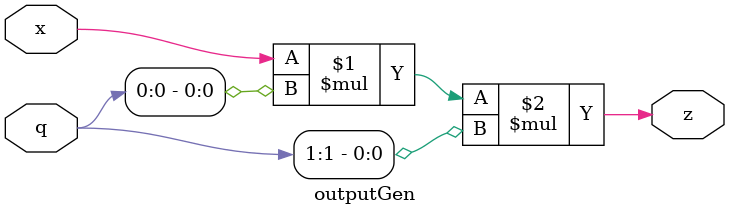
<source format=v>
`timescale 1ns/100ps
module outputGen(x, q, z);

	input x;
	input [1:0] q;
	output z;
	
	assign z = x * q[0] * q[1];

endmodule
</source>
